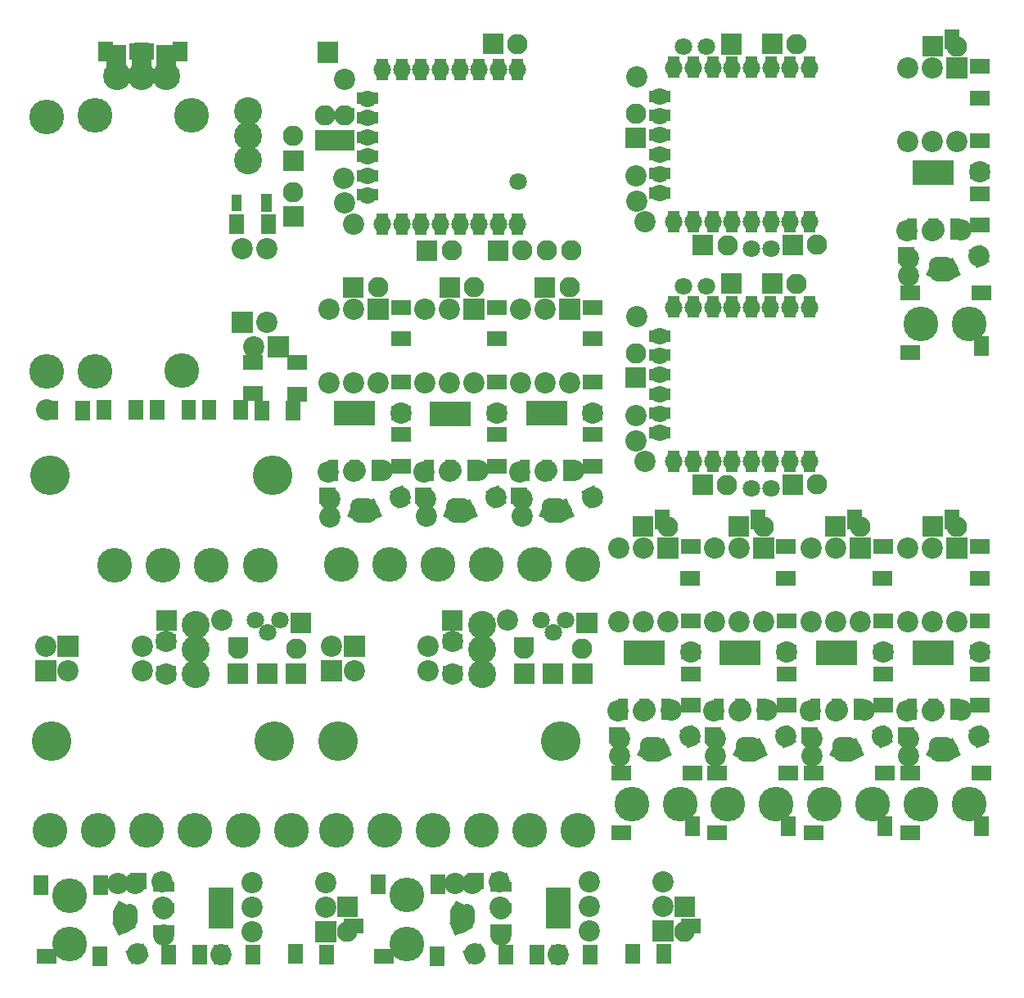
<source format=gbr>
%FSLAX34Y34*%
%MOMM*%
%LNSOLDERMASK_TOP*%
G71*
G01*
%ADD10C, 4.100*%
%ADD11C, 3.600*%
%ADD12C, 2.900*%
%ADD13C, 2.200*%
%ADD14R, 1.500X2.000*%
%ADD15C, 2.200*%
%ADD16R, 2.000X1.500*%
%ADD17R, 1.070X1.800*%
%ADD18R, 1.250X2.200*%
%ADD19R, 2.200X1.200*%
%ADD20R, 1.100X2.200*%
%ADD21R, 4.300X2.600*%
%ADD22C, 2.200*%
%ADD23R, 1.700X1.800*%
%ADD24R, 1.800X1.800*%
%ADD25C, 2.200*%
%ADD26C, 1.600*%
%ADD27C, 1.800*%
%ADD28C, 2.120*%
%ADD29R, 1.800X1.070*%
%ADD30R, 2.200X1.100*%
%ADD31R, 2.600X4.300*%
%ADD32R, 1.800X1.700*%
%ADD33C, 1.800*%
%LPD*%
X24000Y535500D02*
G54D10*
D03*
X254000Y535500D02*
G54D10*
D03*
X70492Y907800D02*
G54D11*
D03*
X170492Y907800D02*
G54D11*
D03*
X20492Y642800D02*
G54D11*
D03*
X70492Y642800D02*
G54D11*
D03*
X24000Y535500D02*
G54D10*
D03*
X254000Y535500D02*
G54D10*
D03*
X229092Y912000D02*
G54D12*
D03*
X229092Y886600D02*
G54D12*
D03*
X229092Y861200D02*
G54D12*
D03*
X229092Y912000D02*
G54D12*
D03*
X229092Y886600D02*
G54D12*
D03*
X229092Y861200D02*
G54D12*
D03*
X575000Y442800D02*
G54D11*
D03*
X525000Y442800D02*
G54D11*
D03*
X241000Y442300D02*
G54D11*
D03*
X191000Y442300D02*
G54D11*
D03*
G36*
X212084Y682400D02*
X212084Y704400D01*
X234084Y704400D01*
X234084Y682400D01*
X212084Y682400D01*
G37*
X248584Y693400D02*
G54D13*
D03*
X223084Y769900D02*
G54D13*
D03*
X248584Y769900D02*
G54D13*
D03*
G36*
X209612Y805428D02*
X224612Y805428D01*
X224612Y785428D01*
X209612Y785428D01*
X209612Y805428D01*
G37*
X249612Y795328D02*
G54D14*
D03*
X234386Y668598D02*
G54D15*
D03*
G36*
X270786Y657598D02*
X248786Y657598D01*
X248786Y679598D01*
X270786Y679598D01*
X270786Y657598D01*
G37*
X475000Y442800D02*
G54D11*
D03*
X425000Y442800D02*
G54D11*
D03*
G36*
X17368Y612759D02*
X32368Y612759D01*
X32368Y592759D01*
X17368Y592759D01*
X17368Y612759D01*
G37*
X57368Y602659D02*
G54D14*
D03*
X134868Y603359D02*
G54D14*
D03*
G36*
X159868Y613259D02*
X174868Y613259D01*
X174868Y593259D01*
X159868Y593259D01*
X159868Y613259D01*
G37*
X79868Y603359D02*
G54D14*
D03*
X112368Y603259D02*
G54D14*
D03*
X20677Y602824D02*
G54D15*
D03*
G36*
X181048Y613159D02*
X196048Y613159D01*
X196048Y593159D01*
X181048Y593159D01*
X181048Y613159D01*
G37*
X221048Y603059D02*
G54D14*
D03*
X233544Y619749D02*
G54D16*
D03*
X233644Y652249D02*
G54D16*
D03*
X160492Y643800D02*
G54D11*
D03*
X20692Y906500D02*
G54D11*
D03*
X143800Y948800D02*
G54D12*
D03*
X118400Y948800D02*
G54D12*
D03*
X93000Y948800D02*
G54D12*
D03*
X143800Y948800D02*
G54D12*
D03*
X118400Y948800D02*
G54D12*
D03*
X93000Y948800D02*
G54D12*
D03*
X92400Y960500D02*
G54D16*
D03*
X92400Y973300D02*
G54D16*
D03*
X118700Y960500D02*
G54D16*
D03*
X118700Y973300D02*
G54D16*
D03*
X143700Y960500D02*
G54D16*
D03*
X143700Y973300D02*
G54D16*
D03*
X80300Y974400D02*
G54D17*
D03*
X110700Y974400D02*
G54D17*
D03*
X126200Y974200D02*
G54D17*
D03*
X156600Y974200D02*
G54D17*
D03*
X81400Y974200D02*
G54D14*
D03*
X118700Y973300D02*
G54D14*
D03*
X158100Y974400D02*
G54D14*
D03*
X507600Y955500D02*
G54D18*
D03*
X487600Y955500D02*
G54D18*
D03*
X467600Y955500D02*
G54D18*
D03*
X447600Y955500D02*
G54D18*
D03*
X427600Y955500D02*
G54D18*
D03*
X407600Y955500D02*
G54D18*
D03*
X387600Y955500D02*
G54D18*
D03*
X367600Y955500D02*
G54D18*
D03*
X507600Y795500D02*
G54D18*
D03*
X487600Y795500D02*
G54D18*
D03*
X467600Y795500D02*
G54D18*
D03*
X447600Y795500D02*
G54D18*
D03*
X427600Y795500D02*
G54D18*
D03*
X407600Y795500D02*
G54D18*
D03*
X387600Y795500D02*
G54D18*
D03*
X367600Y795500D02*
G54D18*
D03*
X352600Y925500D02*
G54D19*
D03*
X352600Y905500D02*
G54D19*
D03*
X352600Y885500D02*
G54D19*
D03*
X352600Y865500D02*
G54D19*
D03*
X352600Y845500D02*
G54D19*
D03*
X352600Y825500D02*
G54D19*
D03*
X316918Y540672D02*
G54D20*
D03*
X339118Y540672D02*
G54D20*
D03*
X361418Y540672D02*
G54D20*
D03*
X339118Y599472D02*
G54D21*
D03*
G36*
X311198Y522659D02*
X320895Y518137D01*
X313288Y501823D01*
X303590Y506346D01*
X311198Y522659D01*
G37*
G36*
X338749Y509811D02*
X348447Y505289D01*
X340840Y488976D01*
X331143Y493498D01*
X338749Y509811D01*
G37*
G36*
X374200Y696600D02*
X352200Y696600D01*
X352200Y718600D01*
X374200Y718600D01*
X374200Y696600D01*
G37*
X337800Y707600D02*
G54D22*
D03*
X312400Y707600D02*
G54D22*
D03*
X312400Y631400D02*
G54D22*
D03*
X337800Y631400D02*
G54D22*
D03*
X363200Y631400D02*
G54D22*
D03*
X387122Y599900D02*
G54D16*
D03*
X387221Y632400D02*
G54D16*
D03*
X387281Y577644D02*
G54D16*
D03*
X387182Y545144D02*
G54D16*
D03*
G36*
X345886Y505145D02*
X359481Y511484D01*
X367933Y493358D01*
X354339Y487019D01*
X345886Y505145D01*
G37*
G36*
X375384Y518790D02*
X388978Y525129D01*
X397431Y507003D01*
X383836Y500664D01*
X375384Y518790D01*
G37*
X310980Y514259D02*
G54D23*
D03*
X338231Y539436D02*
G54D15*
D03*
X311646Y538911D02*
G54D15*
D03*
X313743Y510842D02*
G54D15*
D03*
X386509Y512896D02*
G54D15*
D03*
X311546Y538911D02*
G54D24*
D03*
G54D25*
X339714Y540453D02*
X339909Y540626D01*
X367231Y540436D02*
G54D15*
D03*
X386775Y709229D02*
G54D16*
D03*
X386675Y676729D02*
G54D16*
D03*
X387122Y599900D02*
G54D15*
D03*
X375000Y442800D02*
G54D11*
D03*
X325000Y442800D02*
G54D11*
D03*
G54D26*
X342800Y495100D02*
X352757Y495100D01*
X356909Y499252D01*
X347448Y499252D01*
X342300Y504400D01*
X351761Y504400D01*
X356909Y499252D01*
X415943Y540543D02*
G54D20*
D03*
X438143Y540543D02*
G54D20*
D03*
X460443Y540543D02*
G54D20*
D03*
X438143Y599343D02*
G54D21*
D03*
G36*
X410223Y522532D02*
X419920Y518010D01*
X412312Y501697D01*
X402615Y506219D01*
X410223Y522532D01*
G37*
G36*
X437774Y509684D02*
X447472Y505162D01*
X439865Y488848D01*
X430168Y493370D01*
X437774Y509684D01*
G37*
G36*
X473225Y696471D02*
X451225Y696471D01*
X451225Y718471D01*
X473225Y718471D01*
X473225Y696471D01*
G37*
X436825Y707471D02*
G54D22*
D03*
X411425Y707471D02*
G54D22*
D03*
X411425Y631271D02*
G54D22*
D03*
X436825Y631271D02*
G54D22*
D03*
X462225Y631271D02*
G54D22*
D03*
X486147Y599771D02*
G54D16*
D03*
X486246Y632271D02*
G54D16*
D03*
X486306Y577515D02*
G54D16*
D03*
X486206Y545015D02*
G54D16*
D03*
G36*
X444911Y505017D02*
X458505Y511356D01*
X466958Y493230D01*
X453363Y486890D01*
X444911Y505017D01*
G37*
G36*
X474408Y518661D02*
X488003Y525000D01*
X496455Y506874D01*
X482860Y500535D01*
X474408Y518661D01*
G37*
X410004Y514130D02*
G54D23*
D03*
X437256Y539307D02*
G54D15*
D03*
X410671Y538783D02*
G54D15*
D03*
X412768Y510713D02*
G54D15*
D03*
X485534Y512768D02*
G54D15*
D03*
X410571Y538783D02*
G54D24*
D03*
G54D25*
X438739Y540324D02*
X438934Y540497D01*
X466256Y540307D02*
G54D15*
D03*
X485800Y709100D02*
G54D16*
D03*
X485700Y676600D02*
G54D16*
D03*
X486147Y599771D02*
G54D15*
D03*
G54D26*
X441825Y494971D02*
X451782Y494971D01*
X455934Y499123D01*
X446473Y499123D01*
X441325Y504271D01*
X450786Y504271D01*
X455934Y499123D01*
X515143Y540643D02*
G54D20*
D03*
X537343Y540643D02*
G54D20*
D03*
X559643Y540643D02*
G54D20*
D03*
X537343Y599443D02*
G54D21*
D03*
G36*
X509423Y522631D02*
X519120Y518108D01*
X511513Y501795D01*
X501815Y506317D01*
X509423Y522631D01*
G37*
G36*
X536974Y509783D02*
X546672Y505261D01*
X539065Y488948D01*
X529368Y493469D01*
X536974Y509783D01*
G37*
G36*
X572425Y696571D02*
X550425Y696571D01*
X550425Y718571D01*
X572425Y718571D01*
X572425Y696571D01*
G37*
X536025Y707571D02*
G54D22*
D03*
X510625Y707571D02*
G54D22*
D03*
X510625Y631371D02*
G54D22*
D03*
X536025Y631371D02*
G54D22*
D03*
X561425Y631371D02*
G54D22*
D03*
X585347Y599871D02*
G54D16*
D03*
X585446Y632371D02*
G54D16*
D03*
X585506Y577615D02*
G54D16*
D03*
X585406Y545115D02*
G54D16*
D03*
G36*
X544111Y505116D02*
X557705Y511456D01*
X566158Y493330D01*
X552563Y486990D01*
X544111Y505116D01*
G37*
G36*
X573608Y518761D02*
X587203Y525100D01*
X595655Y506974D01*
X582060Y500635D01*
X573608Y518761D01*
G37*
X509204Y514230D02*
G54D23*
D03*
X536456Y539407D02*
G54D15*
D03*
X509871Y538883D02*
G54D15*
D03*
X511968Y510813D02*
G54D15*
D03*
X584734Y512868D02*
G54D15*
D03*
X509771Y538883D02*
G54D24*
D03*
G54D25*
X537939Y540424D02*
X538134Y540597D01*
X565456Y540407D02*
G54D15*
D03*
X585000Y709200D02*
G54D16*
D03*
X584900Y676700D02*
G54D16*
D03*
X585347Y599871D02*
G54D15*
D03*
G54D26*
X541025Y495071D02*
X550982Y495071D01*
X555134Y499223D01*
X545673Y499223D01*
X540525Y504371D01*
X549986Y504371D01*
X555134Y499223D01*
X217189Y817486D02*
G54D17*
D03*
G36*
X242239Y826486D02*
X252939Y826486D01*
X252940Y808486D01*
X242240Y808486D01*
X242239Y826486D01*
G37*
X328922Y945322D02*
G54D15*
D03*
X328832Y817078D02*
G54D15*
D03*
X507639Y955295D02*
G54D27*
D03*
X487639Y955295D02*
G54D27*
D03*
X467639Y955295D02*
G54D27*
D03*
X447639Y955295D02*
G54D27*
D03*
X427639Y955295D02*
G54D27*
D03*
X407639Y955295D02*
G54D27*
D03*
X387639Y955295D02*
G54D27*
D03*
X367639Y955295D02*
G54D27*
D03*
X352639Y925295D02*
G54D27*
D03*
X352639Y905295D02*
G54D27*
D03*
X352639Y885295D02*
G54D27*
D03*
X352639Y865295D02*
G54D27*
D03*
X352639Y845295D02*
G54D27*
D03*
X352639Y825295D02*
G54D27*
D03*
X367600Y795500D02*
G54D27*
D03*
X387600Y795500D02*
G54D27*
D03*
X407600Y795500D02*
G54D27*
D03*
X427600Y795500D02*
G54D27*
D03*
X447600Y795500D02*
G54D27*
D03*
X467600Y795500D02*
G54D27*
D03*
X487600Y795500D02*
G54D27*
D03*
X507600Y795500D02*
G54D27*
D03*
X338000Y795600D02*
G54D15*
D03*
G36*
X235648Y612359D02*
X250648Y612359D01*
X250648Y592359D01*
X235648Y592359D01*
X235648Y612359D01*
G37*
X275648Y602259D02*
G54D14*
D03*
X279544Y619649D02*
G54D16*
D03*
X279644Y652149D02*
G54D16*
D03*
X328122Y842878D02*
G54D15*
D03*
X313222Y492178D02*
G54D15*
D03*
X141000Y442300D02*
G54D11*
D03*
X91000Y442300D02*
G54D11*
D03*
X413522Y492878D02*
G54D15*
D03*
X512322Y493278D02*
G54D15*
D03*
G36*
X264800Y792600D02*
X264800Y813800D01*
X286000Y813800D01*
X286000Y792600D01*
X264800Y792600D01*
G37*
X275400Y828600D02*
G54D28*
D03*
G36*
X265000Y850800D02*
X265000Y872000D01*
X286200Y872000D01*
X286200Y850800D01*
X265000Y850800D01*
G37*
X275600Y886800D02*
G54D28*
D03*
G36*
X300400Y983800D02*
X321600Y983800D01*
X321600Y962600D01*
X300400Y962600D01*
X300400Y983800D01*
G37*
G36*
X298000Y871900D02*
X298000Y893100D01*
X319200Y893100D01*
X319200Y871900D01*
X298000Y871900D01*
G37*
X308600Y907900D02*
G54D28*
D03*
X330522Y910509D02*
G54D29*
D03*
X330522Y880109D02*
G54D29*
D03*
G36*
X317622Y871909D02*
X317622Y893109D01*
X338822Y893109D01*
X338822Y871909D01*
X317622Y871909D01*
G37*
X328222Y907909D02*
G54D28*
D03*
G36*
X471600Y992400D02*
X492800Y992400D01*
X492800Y971200D01*
X471600Y971200D01*
X471600Y992400D01*
G37*
X507600Y981800D02*
G54D28*
D03*
G36*
X327300Y740600D02*
X348500Y740600D01*
X348500Y719400D01*
X327300Y719400D01*
X327300Y740600D01*
G37*
X363300Y730000D02*
G54D28*
D03*
G36*
X426400Y740600D02*
X447600Y740600D01*
X447600Y719400D01*
X426400Y719400D01*
X426400Y740600D01*
G37*
X462400Y730000D02*
G54D28*
D03*
G36*
X525300Y740600D02*
X546500Y740600D01*
X546500Y719400D01*
X525300Y719400D01*
X525300Y740600D01*
G37*
X561300Y730000D02*
G54D28*
D03*
G36*
X403200Y778500D02*
X424400Y778500D01*
X424400Y757300D01*
X403200Y757300D01*
X403200Y778500D01*
G37*
X439200Y767900D02*
G54D28*
D03*
G36*
X476700Y778800D02*
X497900Y778800D01*
X497900Y757600D01*
X476700Y757600D01*
X476700Y778800D01*
G37*
X512700Y768200D02*
G54D28*
D03*
X538100Y768200D02*
G54D28*
D03*
X563500Y768200D02*
G54D28*
D03*
X508301Y839501D02*
G54D27*
D03*
X809300Y957600D02*
G54D18*
D03*
X789300Y957600D02*
G54D18*
D03*
X769300Y957600D02*
G54D18*
D03*
X749300Y957600D02*
G54D18*
D03*
X729300Y957600D02*
G54D18*
D03*
X709300Y957600D02*
G54D18*
D03*
X689300Y957600D02*
G54D18*
D03*
X669300Y957600D02*
G54D18*
D03*
X809300Y797600D02*
G54D18*
D03*
X789300Y797600D02*
G54D18*
D03*
X769300Y797600D02*
G54D18*
D03*
X749300Y797600D02*
G54D18*
D03*
X729300Y797600D02*
G54D18*
D03*
X709300Y797600D02*
G54D18*
D03*
X689300Y797600D02*
G54D18*
D03*
X669300Y797600D02*
G54D18*
D03*
X654300Y927600D02*
G54D19*
D03*
X654300Y907600D02*
G54D19*
D03*
X654300Y887600D02*
G54D19*
D03*
X654300Y867600D02*
G54D19*
D03*
X654300Y847600D02*
G54D19*
D03*
X654300Y827600D02*
G54D19*
D03*
X630622Y947422D02*
G54D15*
D03*
X630532Y819178D02*
G54D15*
D03*
X809339Y957395D02*
G54D27*
D03*
X789339Y957395D02*
G54D27*
D03*
X769339Y957395D02*
G54D27*
D03*
X749339Y957395D02*
G54D27*
D03*
X729339Y957395D02*
G54D27*
D03*
X709339Y957395D02*
G54D27*
D03*
X689339Y957395D02*
G54D27*
D03*
X669339Y957395D02*
G54D27*
D03*
X654339Y927395D02*
G54D27*
D03*
X654339Y907395D02*
G54D27*
D03*
X654339Y887395D02*
G54D27*
D03*
X654339Y867395D02*
G54D27*
D03*
X654339Y847395D02*
G54D27*
D03*
X654339Y827395D02*
G54D27*
D03*
X669300Y797600D02*
G54D27*
D03*
X689300Y797600D02*
G54D27*
D03*
X709300Y797600D02*
G54D27*
D03*
X729300Y797600D02*
G54D27*
D03*
X749300Y797600D02*
G54D27*
D03*
X769300Y797600D02*
G54D27*
D03*
X789300Y797600D02*
G54D27*
D03*
X809300Y797600D02*
G54D27*
D03*
X639700Y797700D02*
G54D15*
D03*
X629822Y844978D02*
G54D15*
D03*
G36*
X739216Y971095D02*
X718016Y971095D01*
X718016Y992295D01*
X739216Y992295D01*
X739216Y971095D01*
G37*
G36*
X619322Y874009D02*
X619322Y895209D01*
X640522Y895209D01*
X640522Y874009D01*
X619322Y874009D01*
G37*
X629922Y910009D02*
G54D28*
D03*
G36*
X760300Y992500D02*
X781500Y992500D01*
X781500Y971300D01*
X760300Y971300D01*
X760300Y992500D01*
G37*
X796300Y981900D02*
G54D28*
D03*
G36*
X688500Y784200D02*
X709700Y784200D01*
X709700Y763000D01*
X688500Y763000D01*
X688500Y784200D01*
G37*
X724500Y773600D02*
G54D28*
D03*
X703239Y979195D02*
G54D27*
D03*
X679239Y979195D02*
G54D27*
D03*
X749400Y770100D02*
G54D27*
D03*
X769400Y770100D02*
G54D27*
D03*
G36*
X781300Y784500D02*
X802500Y784500D01*
X802500Y763300D01*
X781300Y763300D01*
X781300Y784500D01*
G37*
X817300Y773900D02*
G54D28*
D03*
X809200Y709600D02*
G54D18*
D03*
X789200Y709600D02*
G54D18*
D03*
X769200Y709600D02*
G54D18*
D03*
X749200Y709600D02*
G54D18*
D03*
X729200Y709600D02*
G54D18*
D03*
X709200Y709600D02*
G54D18*
D03*
X689200Y709600D02*
G54D18*
D03*
X669200Y709600D02*
G54D18*
D03*
X809200Y549600D02*
G54D18*
D03*
X789200Y549600D02*
G54D18*
D03*
X769200Y549600D02*
G54D18*
D03*
X749200Y549600D02*
G54D18*
D03*
X729200Y549600D02*
G54D18*
D03*
X709200Y549600D02*
G54D18*
D03*
X689200Y549600D02*
G54D18*
D03*
X669200Y549600D02*
G54D18*
D03*
X654200Y679600D02*
G54D19*
D03*
X654200Y659600D02*
G54D19*
D03*
X654200Y639600D02*
G54D19*
D03*
X654200Y619600D02*
G54D19*
D03*
X654200Y599600D02*
G54D19*
D03*
X654200Y579600D02*
G54D19*
D03*
X630522Y699422D02*
G54D15*
D03*
X630432Y571178D02*
G54D15*
D03*
X809239Y709395D02*
G54D27*
D03*
X789239Y709395D02*
G54D27*
D03*
X769239Y709395D02*
G54D27*
D03*
X749239Y709395D02*
G54D27*
D03*
X729239Y709395D02*
G54D27*
D03*
X709239Y709395D02*
G54D27*
D03*
X689239Y709395D02*
G54D27*
D03*
X669239Y709395D02*
G54D27*
D03*
X654239Y679395D02*
G54D27*
D03*
X654239Y659395D02*
G54D27*
D03*
X654239Y639395D02*
G54D27*
D03*
X654239Y619395D02*
G54D27*
D03*
X654239Y599395D02*
G54D27*
D03*
X654239Y579395D02*
G54D27*
D03*
X669200Y549600D02*
G54D27*
D03*
X689200Y549600D02*
G54D27*
D03*
X709200Y549600D02*
G54D27*
D03*
X729200Y549600D02*
G54D27*
D03*
X749200Y549600D02*
G54D27*
D03*
X769200Y549600D02*
G54D27*
D03*
X789200Y549600D02*
G54D27*
D03*
X809200Y549600D02*
G54D27*
D03*
X639600Y549700D02*
G54D15*
D03*
X629722Y596978D02*
G54D15*
D03*
G36*
X739116Y723095D02*
X717916Y723095D01*
X717916Y744295D01*
X739116Y744295D01*
X739116Y723095D01*
G37*
G36*
X619222Y626009D02*
X619222Y647209D01*
X640422Y647209D01*
X640422Y626009D01*
X619222Y626009D01*
G37*
X629822Y662009D02*
G54D28*
D03*
G36*
X760200Y744500D02*
X781400Y744500D01*
X781400Y723300D01*
X760200Y723300D01*
X760200Y744500D01*
G37*
X796200Y733900D02*
G54D28*
D03*
G36*
X688400Y536200D02*
X709600Y536200D01*
X709600Y515000D01*
X688400Y515000D01*
X688400Y536200D01*
G37*
X724400Y525600D02*
G54D28*
D03*
X703139Y731195D02*
G54D27*
D03*
X679139Y731195D02*
G54D27*
D03*
X749300Y522100D02*
G54D27*
D03*
X769300Y522100D02*
G54D27*
D03*
G36*
X781200Y536500D02*
X802400Y536500D01*
X802400Y515300D01*
X781200Y515300D01*
X781200Y536500D01*
G37*
X817200Y525900D02*
G54D28*
D03*
X392882Y50736D02*
G54D11*
D03*
X392882Y100736D02*
G54D11*
D03*
X490625Y109792D02*
G54D30*
D03*
X490625Y87592D02*
G54D30*
D03*
X490625Y65292D02*
G54D30*
D03*
X549425Y87592D02*
G54D31*
D03*
G36*
X472614Y115513D02*
X468092Y105816D01*
X451778Y113423D01*
X456300Y123120D01*
X472614Y115513D01*
G37*
G36*
X459766Y87962D02*
X455244Y78264D01*
X438930Y85870D01*
X443452Y95568D01*
X459766Y87962D01*
G37*
G36*
X646553Y52511D02*
X646553Y74511D01*
X668553Y74511D01*
X668553Y52511D01*
X646553Y52511D01*
G37*
X657553Y88911D02*
G54D22*
D03*
X657553Y114311D02*
G54D22*
D03*
X581353Y114311D02*
G54D22*
D03*
X581353Y88911D02*
G54D22*
D03*
X581353Y63511D02*
G54D22*
D03*
X549853Y39590D02*
G54D14*
D03*
X582353Y39490D02*
G54D14*
D03*
X527597Y39430D02*
G54D14*
D03*
X495097Y39530D02*
G54D14*
D03*
G36*
X455099Y80825D02*
X461438Y67230D01*
X443311Y58778D01*
X436972Y72373D01*
X455099Y80825D01*
G37*
G36*
X468743Y51328D02*
X475082Y37734D01*
X456956Y29281D01*
X450617Y42876D01*
X468743Y51328D01*
G37*
X464212Y115732D02*
G54D32*
D03*
X489389Y88480D02*
G54D15*
D03*
X488864Y115066D02*
G54D15*
D03*
X460795Y112968D02*
G54D15*
D03*
X462849Y40202D02*
G54D15*
D03*
X488864Y115166D02*
G54D24*
D03*
G54D25*
X490406Y86997D02*
X490579Y86802D01*
X490389Y59480D02*
G54D15*
D03*
X659182Y39936D02*
G54D14*
D03*
X626682Y40036D02*
G54D14*
D03*
X549853Y39590D02*
G54D15*
D03*
G54D26*
X445053Y83911D02*
X445053Y73954D01*
X449205Y69802D01*
X449205Y79263D01*
X454353Y84411D01*
X454353Y74950D01*
X449205Y69802D01*
X442960Y113014D02*
G54D15*
D03*
G36*
X690682Y99336D02*
X690682Y78136D01*
X669482Y78136D01*
X669482Y99336D01*
X690682Y99336D01*
G37*
X680082Y63336D02*
G54D28*
D03*
X369582Y38036D02*
G54D16*
D03*
X686982Y68836D02*
G54D16*
D03*
X424882Y111836D02*
G54D14*
D03*
X424482Y37636D02*
G54D14*
D03*
X363282Y111836D02*
G54D14*
D03*
X44082Y50536D02*
G54D11*
D03*
X44082Y100536D02*
G54D11*
D03*
X141825Y109592D02*
G54D30*
D03*
X141825Y87392D02*
G54D30*
D03*
X141825Y65092D02*
G54D30*
D03*
X200625Y87392D02*
G54D31*
D03*
G36*
X123814Y115312D02*
X119292Y105615D01*
X102978Y113223D01*
X107501Y122920D01*
X123814Y115312D01*
G37*
G36*
X110966Y87761D02*
X106444Y78063D01*
X90130Y85670D01*
X94652Y95368D01*
X110966Y87761D01*
G37*
G36*
X297753Y52311D02*
X297753Y74311D01*
X319753Y74311D01*
X319753Y52311D01*
X297753Y52311D01*
G37*
X308753Y88711D02*
G54D22*
D03*
X308753Y114111D02*
G54D22*
D03*
X232553Y114111D02*
G54D22*
D03*
X232553Y88711D02*
G54D22*
D03*
X232553Y63311D02*
G54D22*
D03*
X201053Y39390D02*
G54D14*
D03*
X233553Y39290D02*
G54D14*
D03*
X178797Y39230D02*
G54D14*
D03*
X146297Y39330D02*
G54D14*
D03*
G36*
X106298Y80625D02*
X112637Y67030D01*
X94511Y58578D01*
X88172Y72173D01*
X106298Y80625D01*
G37*
G36*
X119944Y51128D02*
X126282Y37533D01*
X108156Y29081D01*
X101817Y42676D01*
X119944Y51128D01*
G37*
X115412Y115532D02*
G54D32*
D03*
X140589Y88280D02*
G54D15*
D03*
X140064Y114866D02*
G54D15*
D03*
X111995Y112768D02*
G54D15*
D03*
X114049Y40002D02*
G54D15*
D03*
X140064Y114966D02*
G54D24*
D03*
G54D25*
X141606Y86797D02*
X141779Y86602D01*
X141589Y59280D02*
G54D15*
D03*
X310382Y39736D02*
G54D14*
D03*
X277882Y39836D02*
G54D14*
D03*
X201053Y39390D02*
G54D15*
D03*
G54D26*
X96253Y83711D02*
X96253Y73754D01*
X100405Y69602D01*
X100405Y79063D01*
X105553Y84211D01*
X105553Y74750D01*
X100405Y69602D01*
X94160Y112814D02*
G54D15*
D03*
G36*
X341882Y99136D02*
X341882Y77936D01*
X320682Y77936D01*
X320682Y99136D01*
X341882Y99136D01*
G37*
X331282Y63136D02*
G54D28*
D03*
X20782Y37836D02*
G54D16*
D03*
X338182Y68636D02*
G54D16*
D03*
X76082Y111636D02*
G54D14*
D03*
X75682Y37436D02*
G54D14*
D03*
X14482Y111636D02*
G54D14*
D03*
X974575Y692329D02*
G54D11*
D03*
X924575Y692329D02*
G54D11*
D03*
X915518Y790072D02*
G54D20*
D03*
X937718Y790072D02*
G54D20*
D03*
X960018Y790072D02*
G54D20*
D03*
X937718Y848872D02*
G54D21*
D03*
G36*
X909798Y772061D02*
X919495Y767539D01*
X911888Y751225D01*
X902190Y755748D01*
X909798Y772061D01*
G37*
G36*
X937349Y759213D02*
X947047Y754691D01*
X939440Y738377D01*
X929743Y742899D01*
X937349Y759213D01*
G37*
G36*
X972800Y946000D02*
X950800Y946000D01*
X950800Y968000D01*
X972800Y968000D01*
X972800Y946000D01*
G37*
X936400Y957000D02*
G54D22*
D03*
X911000Y957000D02*
G54D22*
D03*
X911000Y880800D02*
G54D22*
D03*
X936400Y880800D02*
G54D22*
D03*
X961800Y880800D02*
G54D22*
D03*
X985722Y849300D02*
G54D16*
D03*
X985821Y881800D02*
G54D16*
D03*
X985881Y827044D02*
G54D16*
D03*
X985781Y794544D02*
G54D16*
D03*
G36*
X944486Y754546D02*
X958080Y760885D01*
X966533Y742758D01*
X952938Y736419D01*
X944486Y754546D01*
G37*
G36*
X973983Y768190D02*
X987578Y774529D01*
X996030Y756403D01*
X982435Y750064D01*
X973983Y768190D01*
G37*
X909580Y763659D02*
G54D23*
D03*
X936831Y788836D02*
G54D15*
D03*
X910246Y788311D02*
G54D15*
D03*
X912343Y760242D02*
G54D15*
D03*
X985109Y762296D02*
G54D15*
D03*
X910146Y788311D02*
G54D24*
D03*
G54D25*
X938314Y789853D02*
X938509Y790026D01*
X965831Y789836D02*
G54D15*
D03*
X985375Y958629D02*
G54D16*
D03*
X985275Y926129D02*
G54D16*
D03*
X985722Y849300D02*
G54D15*
D03*
G54D26*
X941400Y744500D02*
X951357Y744500D01*
X955509Y748652D01*
X946048Y748652D01*
X940900Y753800D01*
X950361Y753800D01*
X955509Y748652D01*
X912297Y742407D02*
G54D15*
D03*
G36*
X925975Y990129D02*
X947175Y990129D01*
X947175Y968929D01*
X925975Y968929D01*
X925975Y990129D01*
G37*
X961975Y979529D02*
G54D28*
D03*
X987275Y669029D02*
G54D14*
D03*
X956475Y986429D02*
G54D14*
D03*
X913475Y724329D02*
G54D16*
D03*
X987675Y723929D02*
G54D16*
D03*
X913475Y662729D02*
G54D16*
D03*
X675575Y195329D02*
G54D11*
D03*
X625575Y195329D02*
G54D11*
D03*
X616518Y293072D02*
G54D20*
D03*
X638718Y293072D02*
G54D20*
D03*
X661018Y293072D02*
G54D20*
D03*
X638718Y351872D02*
G54D21*
D03*
G36*
X610798Y275061D02*
X620496Y270538D01*
X612887Y254225D01*
X603190Y258748D01*
X610798Y275061D01*
G37*
G36*
X638349Y262212D02*
X648047Y257691D01*
X640440Y241377D01*
X630743Y245899D01*
X638349Y262212D01*
G37*
G36*
X673800Y449000D02*
X651800Y449000D01*
X651800Y471000D01*
X673800Y471000D01*
X673800Y449000D01*
G37*
X637400Y460000D02*
G54D22*
D03*
X612000Y460000D02*
G54D22*
D03*
X612000Y383800D02*
G54D22*
D03*
X637400Y383800D02*
G54D22*
D03*
X662800Y383800D02*
G54D22*
D03*
X686722Y352300D02*
G54D16*
D03*
X686821Y384800D02*
G54D16*
D03*
X686881Y330044D02*
G54D16*
D03*
X686781Y297544D02*
G54D16*
D03*
G36*
X645486Y257545D02*
X659081Y263884D01*
X667533Y245758D01*
X653939Y239419D01*
X645486Y257545D01*
G37*
G36*
X674983Y271190D02*
X688578Y277529D01*
X697030Y259403D01*
X683435Y253064D01*
X674983Y271190D01*
G37*
X610580Y266659D02*
G54D23*
D03*
X637831Y291836D02*
G54D15*
D03*
X611246Y291311D02*
G54D15*
D03*
X613343Y263242D02*
G54D15*
D03*
X686109Y265296D02*
G54D15*
D03*
X611146Y291311D02*
G54D24*
D03*
G54D25*
X639314Y292853D02*
X639509Y293026D01*
X666831Y292836D02*
G54D15*
D03*
X686375Y461629D02*
G54D16*
D03*
X686275Y429129D02*
G54D16*
D03*
X686722Y352300D02*
G54D15*
D03*
G54D26*
X642400Y247500D02*
X652357Y247500D01*
X656509Y251652D01*
X647048Y251652D01*
X641900Y256800D01*
X651361Y256800D01*
X656509Y251652D01*
X613297Y245407D02*
G54D15*
D03*
G36*
X626975Y493129D02*
X648175Y493129D01*
X648175Y471929D01*
X626975Y471929D01*
X626975Y493129D01*
G37*
X662975Y482529D02*
G54D28*
D03*
X688275Y172029D02*
G54D14*
D03*
X657475Y489429D02*
G54D14*
D03*
X614475Y227329D02*
G54D16*
D03*
X688675Y226929D02*
G54D16*
D03*
X614475Y165729D02*
G54D16*
D03*
X25820Y260700D02*
G54D10*
D03*
X255820Y260700D02*
G54D10*
D03*
X25820Y260700D02*
G54D10*
D03*
X255820Y260700D02*
G54D10*
D03*
G36*
X31832Y369461D02*
X53832Y369461D01*
X53832Y347461D01*
X31832Y347461D01*
X31832Y369461D01*
G37*
X42832Y332961D02*
G54D13*
D03*
X119332Y358461D02*
G54D13*
D03*
X119332Y332961D02*
G54D13*
D03*
X19385Y358696D02*
G54D15*
D03*
G36*
X8385Y322296D02*
X8385Y344296D01*
X30385Y344296D01*
X30385Y322296D01*
X8385Y322296D01*
G37*
X201377Y385724D02*
G54D15*
D03*
X273880Y167700D02*
G54D11*
D03*
X223880Y167700D02*
G54D11*
D03*
X173880Y167700D02*
G54D11*
D03*
X123880Y167700D02*
G54D11*
D03*
X73900Y167700D02*
G54D11*
D03*
X23900Y167700D02*
G54D11*
D03*
X144147Y363473D02*
G54D16*
D03*
X144047Y330973D02*
G54D16*
D03*
X174501Y380403D02*
G54D12*
D03*
X174501Y355003D02*
G54D12*
D03*
X174501Y329603D02*
G54D12*
D03*
X174501Y380403D02*
G54D12*
D03*
X174501Y355003D02*
G54D12*
D03*
X174501Y329603D02*
G54D12*
D03*
X144047Y329973D02*
G54D15*
D03*
G36*
X267771Y319879D02*
X267771Y341079D01*
X288971Y341079D01*
X288971Y319879D01*
X267771Y319879D01*
G37*
X278371Y355879D02*
G54D28*
D03*
G36*
X207771Y319879D02*
X207771Y341079D01*
X228971Y341079D01*
X228971Y319879D01*
X207771Y319879D01*
G37*
X218371Y355879D02*
G54D28*
D03*
G36*
X133606Y395995D02*
X154806Y395995D01*
X154806Y374795D01*
X133606Y374795D01*
X133606Y395995D01*
G37*
X218371Y359879D02*
G54D16*
D03*
X218271Y327379D02*
G54D16*
D03*
X236100Y385550D02*
G54D33*
D03*
X248800Y372850D02*
G54D33*
D03*
X261500Y385550D02*
G54D33*
D03*
X236100Y385550D02*
G54D33*
D03*
X248800Y372850D02*
G54D33*
D03*
X261500Y385550D02*
G54D33*
D03*
X144147Y363473D02*
G54D15*
D03*
G36*
X237606Y340995D02*
X258806Y340995D01*
X258806Y319795D01*
X237606Y319795D01*
X237606Y340995D01*
G37*
G36*
X272606Y392995D02*
X293806Y392995D01*
X293806Y371795D01*
X272606Y371795D01*
X272606Y392995D01*
G37*
X321820Y260700D02*
G54D10*
D03*
X551820Y260700D02*
G54D10*
D03*
X321820Y260700D02*
G54D10*
D03*
X551820Y260700D02*
G54D10*
D03*
G36*
X327832Y369461D02*
X349832Y369461D01*
X349832Y347461D01*
X327832Y347461D01*
X327832Y369461D01*
G37*
X338832Y332961D02*
G54D13*
D03*
X415332Y358461D02*
G54D13*
D03*
X415332Y332961D02*
G54D13*
D03*
X315385Y358696D02*
G54D15*
D03*
G36*
X304385Y322296D02*
X304385Y344296D01*
X326385Y344296D01*
X326385Y322296D01*
X304385Y322296D01*
G37*
X497377Y385724D02*
G54D15*
D03*
X569880Y167700D02*
G54D11*
D03*
X519880Y167700D02*
G54D11*
D03*
X469880Y167700D02*
G54D11*
D03*
X419880Y167700D02*
G54D11*
D03*
X369900Y167700D02*
G54D11*
D03*
X319900Y167700D02*
G54D11*
D03*
X440147Y363473D02*
G54D16*
D03*
X440047Y330973D02*
G54D16*
D03*
X470501Y380403D02*
G54D12*
D03*
X470501Y355003D02*
G54D12*
D03*
X470501Y329603D02*
G54D12*
D03*
X470501Y380403D02*
G54D12*
D03*
X470501Y355003D02*
G54D12*
D03*
X470501Y329603D02*
G54D12*
D03*
X440047Y329973D02*
G54D15*
D03*
G36*
X563771Y319879D02*
X563771Y341079D01*
X584971Y341079D01*
X584971Y319879D01*
X563771Y319879D01*
G37*
X574371Y355879D02*
G54D28*
D03*
G36*
X503771Y319879D02*
X503771Y341079D01*
X524971Y341079D01*
X524971Y319879D01*
X503771Y319879D01*
G37*
X514371Y355879D02*
G54D28*
D03*
G36*
X429606Y395995D02*
X450806Y395995D01*
X450806Y374795D01*
X429606Y374795D01*
X429606Y395995D01*
G37*
X514371Y359879D02*
G54D16*
D03*
X514271Y327379D02*
G54D16*
D03*
X532100Y385550D02*
G54D33*
D03*
X544800Y372850D02*
G54D33*
D03*
X557500Y385550D02*
G54D33*
D03*
X532100Y385550D02*
G54D33*
D03*
X544800Y372850D02*
G54D33*
D03*
X557500Y385550D02*
G54D33*
D03*
X440147Y363473D02*
G54D15*
D03*
G36*
X533606Y340995D02*
X554806Y340995D01*
X554806Y319795D01*
X533606Y319795D01*
X533606Y340995D01*
G37*
G36*
X568606Y392995D02*
X589806Y392995D01*
X589806Y371795D01*
X568606Y371795D01*
X568606Y392995D01*
G37*
X774575Y195329D02*
G54D11*
D03*
X724575Y195329D02*
G54D11*
D03*
X715518Y293072D02*
G54D20*
D03*
X737718Y293072D02*
G54D20*
D03*
X760018Y293072D02*
G54D20*
D03*
X737718Y351872D02*
G54D21*
D03*
G36*
X709798Y275061D02*
X719496Y270538D01*
X711887Y254225D01*
X702190Y258748D01*
X709798Y275061D01*
G37*
G36*
X737349Y262212D02*
X747047Y257691D01*
X739440Y241377D01*
X729743Y245899D01*
X737349Y262212D01*
G37*
G36*
X772800Y449000D02*
X750800Y449000D01*
X750800Y471000D01*
X772800Y471000D01*
X772800Y449000D01*
G37*
X736400Y460000D02*
G54D22*
D03*
X711000Y460000D02*
G54D22*
D03*
X711000Y383800D02*
G54D22*
D03*
X736400Y383800D02*
G54D22*
D03*
X761800Y383800D02*
G54D22*
D03*
X785722Y352300D02*
G54D16*
D03*
X785821Y384800D02*
G54D16*
D03*
X785881Y330044D02*
G54D16*
D03*
X785781Y297544D02*
G54D16*
D03*
G36*
X744486Y257545D02*
X758081Y263884D01*
X766533Y245758D01*
X752939Y239419D01*
X744486Y257545D01*
G37*
G36*
X773983Y271190D02*
X787578Y277529D01*
X796030Y259403D01*
X782435Y253064D01*
X773983Y271190D01*
G37*
X709580Y266659D02*
G54D23*
D03*
X736831Y291836D02*
G54D15*
D03*
X710246Y291311D02*
G54D15*
D03*
X712343Y263242D02*
G54D15*
D03*
X785109Y265296D02*
G54D15*
D03*
X710146Y291311D02*
G54D24*
D03*
G54D25*
X738314Y292853D02*
X738509Y293026D01*
X765831Y292836D02*
G54D15*
D03*
X785375Y461629D02*
G54D16*
D03*
X785275Y429129D02*
G54D16*
D03*
X785722Y352300D02*
G54D15*
D03*
G54D26*
X741400Y247500D02*
X751357Y247500D01*
X755509Y251652D01*
X746048Y251652D01*
X740900Y256800D01*
X750361Y256800D01*
X755509Y251652D01*
X712297Y245407D02*
G54D15*
D03*
G36*
X725975Y493129D02*
X747175Y493129D01*
X747175Y471929D01*
X725975Y471929D01*
X725975Y493129D01*
G37*
X761975Y482529D02*
G54D28*
D03*
X787275Y172029D02*
G54D14*
D03*
X756475Y489429D02*
G54D14*
D03*
X713475Y227329D02*
G54D16*
D03*
X787675Y226929D02*
G54D16*
D03*
X713475Y165729D02*
G54D16*
D03*
X974575Y195329D02*
G54D11*
D03*
X924575Y195329D02*
G54D11*
D03*
X915518Y293072D02*
G54D20*
D03*
X937718Y293072D02*
G54D20*
D03*
X960018Y293072D02*
G54D20*
D03*
X937718Y351872D02*
G54D21*
D03*
G36*
X909798Y275061D02*
X919496Y270538D01*
X911887Y254225D01*
X902190Y258748D01*
X909798Y275061D01*
G37*
G36*
X937349Y262212D02*
X947047Y257691D01*
X939440Y241377D01*
X929743Y245899D01*
X937349Y262212D01*
G37*
G36*
X972800Y449000D02*
X950800Y449000D01*
X950800Y471000D01*
X972800Y471000D01*
X972800Y449000D01*
G37*
X936400Y460000D02*
G54D22*
D03*
X911000Y460000D02*
G54D22*
D03*
X911000Y383800D02*
G54D22*
D03*
X936400Y383800D02*
G54D22*
D03*
X961800Y383800D02*
G54D22*
D03*
X985722Y352300D02*
G54D16*
D03*
X985821Y384800D02*
G54D16*
D03*
X985881Y330044D02*
G54D16*
D03*
X985781Y297544D02*
G54D16*
D03*
G36*
X944486Y257545D02*
X958081Y263884D01*
X966533Y245758D01*
X952939Y239419D01*
X944486Y257545D01*
G37*
G36*
X973983Y271190D02*
X987578Y277529D01*
X996030Y259403D01*
X982435Y253064D01*
X973983Y271190D01*
G37*
X909580Y266659D02*
G54D23*
D03*
X936831Y291836D02*
G54D15*
D03*
X910246Y291311D02*
G54D15*
D03*
X912343Y263242D02*
G54D15*
D03*
X985109Y265296D02*
G54D15*
D03*
X910146Y291311D02*
G54D24*
D03*
G54D25*
X938314Y292853D02*
X938509Y293026D01*
X965831Y292836D02*
G54D15*
D03*
X985375Y461629D02*
G54D16*
D03*
X985275Y429129D02*
G54D16*
D03*
X985722Y352300D02*
G54D15*
D03*
G54D26*
X941400Y247500D02*
X951357Y247500D01*
X955509Y251652D01*
X946048Y251652D01*
X940900Y256800D01*
X950361Y256800D01*
X955509Y251652D01*
X912297Y245407D02*
G54D15*
D03*
G36*
X925975Y493129D02*
X947175Y493129D01*
X947175Y471929D01*
X925975Y471929D01*
X925975Y493129D01*
G37*
X961975Y482529D02*
G54D28*
D03*
X987275Y172029D02*
G54D14*
D03*
X956475Y489429D02*
G54D14*
D03*
X913475Y227329D02*
G54D16*
D03*
X987675Y226929D02*
G54D16*
D03*
X913475Y165729D02*
G54D16*
D03*
X874575Y195329D02*
G54D11*
D03*
X824575Y195329D02*
G54D11*
D03*
X815518Y293072D02*
G54D20*
D03*
X837718Y293072D02*
G54D20*
D03*
X860018Y293072D02*
G54D20*
D03*
X837718Y351872D02*
G54D21*
D03*
G36*
X809798Y275061D02*
X819496Y270538D01*
X811887Y254225D01*
X802190Y258748D01*
X809798Y275061D01*
G37*
G36*
X837349Y262212D02*
X847047Y257691D01*
X839440Y241377D01*
X829743Y245899D01*
X837349Y262212D01*
G37*
G36*
X872800Y449000D02*
X850800Y449000D01*
X850800Y471000D01*
X872800Y471000D01*
X872800Y449000D01*
G37*
X836400Y460000D02*
G54D22*
D03*
X811000Y460000D02*
G54D22*
D03*
X811000Y383800D02*
G54D22*
D03*
X836400Y383800D02*
G54D22*
D03*
X861800Y383800D02*
G54D22*
D03*
X885722Y352300D02*
G54D16*
D03*
X885821Y384800D02*
G54D16*
D03*
X885881Y330044D02*
G54D16*
D03*
X885781Y297544D02*
G54D16*
D03*
G36*
X844486Y257545D02*
X858081Y263884D01*
X866533Y245758D01*
X852939Y239419D01*
X844486Y257545D01*
G37*
G36*
X873983Y271190D02*
X887578Y277529D01*
X896030Y259403D01*
X882435Y253064D01*
X873983Y271190D01*
G37*
X809580Y266659D02*
G54D23*
D03*
X836831Y291836D02*
G54D15*
D03*
X810246Y291311D02*
G54D15*
D03*
X812343Y263242D02*
G54D15*
D03*
X885109Y265296D02*
G54D15*
D03*
X810146Y291311D02*
G54D24*
D03*
G54D25*
X838314Y292853D02*
X838509Y293026D01*
X865831Y292836D02*
G54D15*
D03*
X885375Y461629D02*
G54D16*
D03*
X885275Y429129D02*
G54D16*
D03*
X885722Y352300D02*
G54D15*
D03*
G54D26*
X841400Y247500D02*
X851357Y247500D01*
X855509Y251652D01*
X846048Y251652D01*
X840900Y256800D01*
X850361Y256800D01*
X855509Y251652D01*
X812297Y245407D02*
G54D15*
D03*
G36*
X825975Y493129D02*
X847175Y493129D01*
X847175Y471929D01*
X825975Y471929D01*
X825975Y493129D01*
G37*
X861975Y482529D02*
G54D28*
D03*
X887275Y172029D02*
G54D14*
D03*
X856475Y489429D02*
G54D14*
D03*
X813475Y227329D02*
G54D16*
D03*
X887675Y226929D02*
G54D16*
D03*
X813475Y165729D02*
G54D16*
D03*
M02*

</source>
